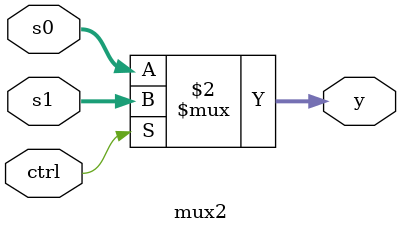
<source format=sv>
module mux2(
    input logic     [15:0] s0,
    input logic     [15:0] s1,
    input logic     ctrl,

    output logic    [15:0] y
    );

    always_comb begin
        y = ctrl ? s1 : s0;
    end

endmodule

</source>
